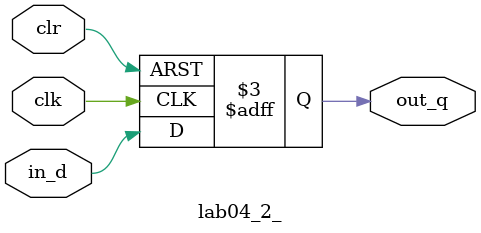
<source format=v>
module lab04_2_(clk,in_d,out_q,clr);//异步清零，清零端低电平有效，时钟上升沿设置
	input clk;
	input in_d;
	input clr;
	output reg out_q;
	always@(posedge clk or negedge clr)
	begin
		if(!clr) //为什么写成if(clr)会报错？
			out_q <= 0;
		else
			out_q <= in_d;
			end
endmodule

</source>
